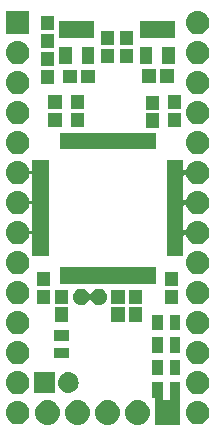
<source format=gts>
G04 #@! TF.GenerationSoftware,KiCad,Pcbnew,(5.1.2-1)-1*
G04 #@! TF.CreationDate,2019-06-12T16:50:37+03:00*
G04 #@! TF.ProjectId,ayx,6179782e-6b69-4636-9164-5f7063625858,rev?*
G04 #@! TF.SameCoordinates,Original*
G04 #@! TF.FileFunction,Soldermask,Top*
G04 #@! TF.FilePolarity,Negative*
%FSLAX46Y46*%
G04 Gerber Fmt 4.6, Leading zero omitted, Abs format (unit mm)*
G04 Created by KiCad (PCBNEW (5.1.2-1)-1) date 2019-06-12 16:50:37*
%MOMM*%
%LPD*%
G04 APERTURE LIST*
%ADD10C,0.100000*%
G04 APERTURE END LIST*
D10*
G36*
X152620000Y-118205001D02*
G01*
X152622402Y-118229387D01*
X152629515Y-118252836D01*
X152641066Y-118274447D01*
X152656611Y-118293389D01*
X152675553Y-118308934D01*
X152697164Y-118320485D01*
X152720613Y-118327598D01*
X152744999Y-118330000D01*
X153095001Y-118330000D01*
X153119387Y-118327598D01*
X153142836Y-118320485D01*
X153164447Y-118308934D01*
X153183389Y-118293389D01*
X153198934Y-118274447D01*
X153210485Y-118252836D01*
X153217598Y-118229387D01*
X153220000Y-118205001D01*
X153220000Y-116825000D01*
X154120000Y-116825000D01*
X154120000Y-118163574D01*
X154106066Y-118180553D01*
X154094515Y-118202164D01*
X154087402Y-118225613D01*
X154085000Y-118249999D01*
X154085000Y-120430000D01*
X151985000Y-120430000D01*
X151985000Y-118249999D01*
X151982598Y-118225613D01*
X151975485Y-118202164D01*
X151963934Y-118180553D01*
X151948389Y-118161611D01*
X151929447Y-118146066D01*
X151907836Y-118134515D01*
X151884387Y-118127402D01*
X151860001Y-118125000D01*
X151720000Y-118125000D01*
X151720000Y-116825000D01*
X152620000Y-116825000D01*
X152620000Y-118205001D01*
X152620000Y-118205001D01*
G37*
G36*
X150623707Y-118337596D02*
G01*
X150700836Y-118345193D01*
X150898762Y-118405233D01*
X150898765Y-118405234D01*
X151081170Y-118502732D01*
X151241055Y-118633945D01*
X151372268Y-118793830D01*
X151469766Y-118976235D01*
X151469767Y-118976238D01*
X151529807Y-119174164D01*
X151550080Y-119380000D01*
X151529807Y-119585836D01*
X151475599Y-119764535D01*
X151469766Y-119783765D01*
X151372268Y-119966170D01*
X151241055Y-120126055D01*
X151081170Y-120257268D01*
X150898765Y-120354766D01*
X150898762Y-120354767D01*
X150700836Y-120414807D01*
X150623707Y-120422404D01*
X150546580Y-120430000D01*
X150443420Y-120430000D01*
X150366293Y-120422404D01*
X150289164Y-120414807D01*
X150091238Y-120354767D01*
X150091235Y-120354766D01*
X149908830Y-120257268D01*
X149748945Y-120126055D01*
X149617732Y-119966170D01*
X149520234Y-119783765D01*
X149514401Y-119764535D01*
X149460193Y-119585836D01*
X149439920Y-119380000D01*
X149460193Y-119174164D01*
X149520233Y-118976238D01*
X149520234Y-118976235D01*
X149617732Y-118793830D01*
X149748945Y-118633945D01*
X149908830Y-118502732D01*
X150091235Y-118405234D01*
X150091238Y-118405233D01*
X150289164Y-118345193D01*
X150366293Y-118337596D01*
X150443420Y-118330000D01*
X150546580Y-118330000D01*
X150623707Y-118337596D01*
X150623707Y-118337596D01*
G37*
G36*
X148083707Y-118337596D02*
G01*
X148160836Y-118345193D01*
X148358762Y-118405233D01*
X148358765Y-118405234D01*
X148541170Y-118502732D01*
X148701055Y-118633945D01*
X148832268Y-118793830D01*
X148929766Y-118976235D01*
X148929767Y-118976238D01*
X148989807Y-119174164D01*
X149010080Y-119380000D01*
X148989807Y-119585836D01*
X148935599Y-119764535D01*
X148929766Y-119783765D01*
X148832268Y-119966170D01*
X148701055Y-120126055D01*
X148541170Y-120257268D01*
X148358765Y-120354766D01*
X148358762Y-120354767D01*
X148160836Y-120414807D01*
X148083707Y-120422404D01*
X148006580Y-120430000D01*
X147903420Y-120430000D01*
X147826293Y-120422404D01*
X147749164Y-120414807D01*
X147551238Y-120354767D01*
X147551235Y-120354766D01*
X147368830Y-120257268D01*
X147208945Y-120126055D01*
X147077732Y-119966170D01*
X146980234Y-119783765D01*
X146974401Y-119764535D01*
X146920193Y-119585836D01*
X146899920Y-119380000D01*
X146920193Y-119174164D01*
X146980233Y-118976238D01*
X146980234Y-118976235D01*
X147077732Y-118793830D01*
X147208945Y-118633945D01*
X147368830Y-118502732D01*
X147551235Y-118405234D01*
X147551238Y-118405233D01*
X147749164Y-118345193D01*
X147826293Y-118337596D01*
X147903420Y-118330000D01*
X148006580Y-118330000D01*
X148083707Y-118337596D01*
X148083707Y-118337596D01*
G37*
G36*
X145543707Y-118337596D02*
G01*
X145620836Y-118345193D01*
X145818762Y-118405233D01*
X145818765Y-118405234D01*
X146001170Y-118502732D01*
X146161055Y-118633945D01*
X146292268Y-118793830D01*
X146389766Y-118976235D01*
X146389767Y-118976238D01*
X146449807Y-119174164D01*
X146470080Y-119380000D01*
X146449807Y-119585836D01*
X146395599Y-119764535D01*
X146389766Y-119783765D01*
X146292268Y-119966170D01*
X146161055Y-120126055D01*
X146001170Y-120257268D01*
X145818765Y-120354766D01*
X145818762Y-120354767D01*
X145620836Y-120414807D01*
X145543707Y-120422404D01*
X145466580Y-120430000D01*
X145363420Y-120430000D01*
X145286293Y-120422404D01*
X145209164Y-120414807D01*
X145011238Y-120354767D01*
X145011235Y-120354766D01*
X144828830Y-120257268D01*
X144668945Y-120126055D01*
X144537732Y-119966170D01*
X144440234Y-119783765D01*
X144434401Y-119764535D01*
X144380193Y-119585836D01*
X144359920Y-119380000D01*
X144380193Y-119174164D01*
X144440233Y-118976238D01*
X144440234Y-118976235D01*
X144537732Y-118793830D01*
X144668945Y-118633945D01*
X144828830Y-118502732D01*
X145011235Y-118405234D01*
X145011238Y-118405233D01*
X145209164Y-118345193D01*
X145286293Y-118337596D01*
X145363420Y-118330000D01*
X145466580Y-118330000D01*
X145543707Y-118337596D01*
X145543707Y-118337596D01*
G37*
G36*
X143003707Y-118337596D02*
G01*
X143080836Y-118345193D01*
X143278762Y-118405233D01*
X143278765Y-118405234D01*
X143461170Y-118502732D01*
X143621055Y-118633945D01*
X143752268Y-118793830D01*
X143849766Y-118976235D01*
X143849767Y-118976238D01*
X143909807Y-119174164D01*
X143930080Y-119380000D01*
X143909807Y-119585836D01*
X143855599Y-119764535D01*
X143849766Y-119783765D01*
X143752268Y-119966170D01*
X143621055Y-120126055D01*
X143461170Y-120257268D01*
X143278765Y-120354766D01*
X143278762Y-120354767D01*
X143080836Y-120414807D01*
X143003707Y-120422404D01*
X142926580Y-120430000D01*
X142823420Y-120430000D01*
X142746293Y-120422404D01*
X142669164Y-120414807D01*
X142471238Y-120354767D01*
X142471235Y-120354766D01*
X142288830Y-120257268D01*
X142128945Y-120126055D01*
X141997732Y-119966170D01*
X141900234Y-119783765D01*
X141894401Y-119764535D01*
X141840193Y-119585836D01*
X141819920Y-119380000D01*
X141840193Y-119174164D01*
X141900233Y-118976238D01*
X141900234Y-118976235D01*
X141997732Y-118793830D01*
X142128945Y-118633945D01*
X142288830Y-118502732D01*
X142471235Y-118405234D01*
X142471238Y-118405233D01*
X142669164Y-118345193D01*
X142746293Y-118337596D01*
X142823420Y-118330000D01*
X142926580Y-118330000D01*
X143003707Y-118337596D01*
X143003707Y-118337596D01*
G37*
G36*
X155771032Y-118394469D02*
G01*
X155865284Y-118423060D01*
X155959535Y-118451651D01*
X155959537Y-118451652D01*
X156133258Y-118544507D01*
X156285528Y-118669472D01*
X156410493Y-118821742D01*
X156503348Y-118995463D01*
X156560531Y-119183968D01*
X156579838Y-119380000D01*
X156560531Y-119576032D01*
X156503348Y-119764537D01*
X156410493Y-119938258D01*
X156285528Y-120090528D01*
X156133258Y-120215493D01*
X155959537Y-120308348D01*
X155959535Y-120308349D01*
X155865285Y-120336939D01*
X155771032Y-120365531D01*
X155624124Y-120380000D01*
X155525876Y-120380000D01*
X155378968Y-120365531D01*
X155284715Y-120336939D01*
X155190465Y-120308349D01*
X155190463Y-120308348D01*
X155016742Y-120215493D01*
X154864472Y-120090528D01*
X154739507Y-119938258D01*
X154646652Y-119764537D01*
X154589469Y-119576032D01*
X154570162Y-119380000D01*
X154589469Y-119183968D01*
X154646652Y-118995463D01*
X154739507Y-118821742D01*
X154864472Y-118669472D01*
X155016742Y-118544507D01*
X155190463Y-118451652D01*
X155190465Y-118451651D01*
X155284716Y-118423060D01*
X155378968Y-118394469D01*
X155525876Y-118380000D01*
X155624124Y-118380000D01*
X155771032Y-118394469D01*
X155771032Y-118394469D01*
G37*
G36*
X140531032Y-118394469D02*
G01*
X140625284Y-118423060D01*
X140719535Y-118451651D01*
X140719537Y-118451652D01*
X140893258Y-118544507D01*
X141045528Y-118669472D01*
X141170493Y-118821742D01*
X141263348Y-118995463D01*
X141320531Y-119183968D01*
X141339838Y-119380000D01*
X141320531Y-119576032D01*
X141263348Y-119764537D01*
X141170493Y-119938258D01*
X141045528Y-120090528D01*
X140893258Y-120215493D01*
X140719537Y-120308348D01*
X140719535Y-120308349D01*
X140625285Y-120336939D01*
X140531032Y-120365531D01*
X140384124Y-120380000D01*
X140285876Y-120380000D01*
X140138968Y-120365531D01*
X140044715Y-120336939D01*
X139950465Y-120308349D01*
X139950463Y-120308348D01*
X139776742Y-120215493D01*
X139624472Y-120090528D01*
X139499507Y-119938258D01*
X139406652Y-119764537D01*
X139349469Y-119576032D01*
X139330162Y-119380000D01*
X139349469Y-119183968D01*
X139406652Y-118995463D01*
X139499507Y-118821742D01*
X139624472Y-118669472D01*
X139776742Y-118544507D01*
X139950463Y-118451652D01*
X139950465Y-118451651D01*
X140044716Y-118423060D01*
X140138968Y-118394469D01*
X140285876Y-118380000D01*
X140384124Y-118380000D01*
X140531032Y-118394469D01*
X140531032Y-118394469D01*
G37*
G36*
X155771032Y-115854469D02*
G01*
X155865284Y-115883060D01*
X155959535Y-115911651D01*
X155959537Y-115911652D01*
X156133258Y-116004507D01*
X156285528Y-116129472D01*
X156410493Y-116281742D01*
X156503348Y-116455463D01*
X156560531Y-116643968D01*
X156579838Y-116840000D01*
X156560531Y-117036032D01*
X156503348Y-117224537D01*
X156410493Y-117398258D01*
X156285528Y-117550528D01*
X156133258Y-117675493D01*
X155959537Y-117768348D01*
X155959535Y-117768349D01*
X155865284Y-117796940D01*
X155771032Y-117825531D01*
X155624124Y-117840000D01*
X155525876Y-117840000D01*
X155378968Y-117825531D01*
X155284715Y-117796939D01*
X155190465Y-117768349D01*
X155190463Y-117768348D01*
X155016742Y-117675493D01*
X154864472Y-117550528D01*
X154739507Y-117398258D01*
X154646652Y-117224537D01*
X154589469Y-117036032D01*
X154570162Y-116840000D01*
X154589469Y-116643968D01*
X154646652Y-116455463D01*
X154739507Y-116281742D01*
X154864472Y-116129472D01*
X155016742Y-116004507D01*
X155190463Y-115911652D01*
X155190465Y-115911651D01*
X155284715Y-115883061D01*
X155378968Y-115854469D01*
X155525876Y-115840000D01*
X155624124Y-115840000D01*
X155771032Y-115854469D01*
X155771032Y-115854469D01*
G37*
G36*
X140531032Y-115854469D02*
G01*
X140625284Y-115883060D01*
X140719535Y-115911651D01*
X140719537Y-115911652D01*
X140893258Y-116004507D01*
X141045528Y-116129472D01*
X141170493Y-116281742D01*
X141263348Y-116455463D01*
X141320531Y-116643968D01*
X141339838Y-116840000D01*
X141320531Y-117036032D01*
X141263348Y-117224537D01*
X141170493Y-117398258D01*
X141045528Y-117550528D01*
X140893258Y-117675493D01*
X140719537Y-117768348D01*
X140719535Y-117768349D01*
X140625285Y-117796939D01*
X140531032Y-117825531D01*
X140384124Y-117840000D01*
X140285876Y-117840000D01*
X140138968Y-117825531D01*
X140044715Y-117796939D01*
X139950465Y-117768349D01*
X139950463Y-117768348D01*
X139776742Y-117675493D01*
X139624472Y-117550528D01*
X139499507Y-117398258D01*
X139406652Y-117224537D01*
X139349469Y-117036032D01*
X139330162Y-116840000D01*
X139349469Y-116643968D01*
X139406652Y-116455463D01*
X139499507Y-116281742D01*
X139624472Y-116129472D01*
X139776742Y-116004507D01*
X139950463Y-115911652D01*
X139950465Y-115911651D01*
X140044716Y-115883060D01*
X140138968Y-115854469D01*
X140285876Y-115840000D01*
X140384124Y-115840000D01*
X140531032Y-115854469D01*
X140531032Y-115854469D01*
G37*
G36*
X143502600Y-116790900D02*
G01*
X143505002Y-116815286D01*
X143512115Y-116838735D01*
X143513072Y-116840526D01*
X143507982Y-116852815D01*
X143502600Y-116889100D01*
X143502600Y-117715000D01*
X141752600Y-117715000D01*
X141752600Y-115965000D01*
X143502600Y-115965000D01*
X143502600Y-116790900D01*
X143502600Y-116790900D01*
G37*
G36*
X144713429Y-115969220D02*
G01*
X144799130Y-115977661D01*
X144964068Y-116027695D01*
X145116076Y-116108944D01*
X145249312Y-116218288D01*
X145358656Y-116351524D01*
X145439905Y-116503532D01*
X145489939Y-116668470D01*
X145506833Y-116840000D01*
X145489939Y-117011530D01*
X145439905Y-117176468D01*
X145358656Y-117328476D01*
X145249312Y-117461712D01*
X145116076Y-117571056D01*
X144964068Y-117652305D01*
X144799130Y-117702339D01*
X144713429Y-117710780D01*
X144670580Y-117715000D01*
X144584620Y-117715000D01*
X144541771Y-117710780D01*
X144456070Y-117702339D01*
X144291132Y-117652305D01*
X144139124Y-117571056D01*
X144005888Y-117461712D01*
X143896544Y-117328476D01*
X143815295Y-117176468D01*
X143765261Y-117011530D01*
X143751996Y-116876848D01*
X143747216Y-116852814D01*
X143742126Y-116840526D01*
X143743083Y-116838735D01*
X143751996Y-116803152D01*
X143765261Y-116668472D01*
X143765261Y-116668470D01*
X143815295Y-116503532D01*
X143896544Y-116351524D01*
X144005888Y-116218288D01*
X144139124Y-116108944D01*
X144291132Y-116027695D01*
X144456070Y-115977661D01*
X144541771Y-115969220D01*
X144584620Y-115965000D01*
X144670580Y-115965000D01*
X144713429Y-115969220D01*
X144713429Y-115969220D01*
G37*
G36*
X154120000Y-116220000D02*
G01*
X153220000Y-116220000D01*
X153220000Y-114920000D01*
X154120000Y-114920000D01*
X154120000Y-116220000D01*
X154120000Y-116220000D01*
G37*
G36*
X152620000Y-116220000D02*
G01*
X151720000Y-116220000D01*
X151720000Y-114920000D01*
X152620000Y-114920000D01*
X152620000Y-116220000D01*
X152620000Y-116220000D01*
G37*
G36*
X140531032Y-113314469D02*
G01*
X140625284Y-113343060D01*
X140719535Y-113371651D01*
X140719537Y-113371652D01*
X140893258Y-113464507D01*
X141045528Y-113589472D01*
X141170493Y-113741742D01*
X141263348Y-113915463D01*
X141320531Y-114103968D01*
X141339838Y-114300000D01*
X141320531Y-114496032D01*
X141263348Y-114684537D01*
X141170493Y-114858258D01*
X141045528Y-115010528D01*
X140893258Y-115135493D01*
X140719537Y-115228348D01*
X140719535Y-115228349D01*
X140625285Y-115256939D01*
X140531032Y-115285531D01*
X140384124Y-115300000D01*
X140285876Y-115300000D01*
X140138968Y-115285531D01*
X140044715Y-115256939D01*
X139950465Y-115228349D01*
X139950463Y-115228348D01*
X139776742Y-115135493D01*
X139624472Y-115010528D01*
X139499507Y-114858258D01*
X139406652Y-114684537D01*
X139349469Y-114496032D01*
X139330162Y-114300000D01*
X139349469Y-114103968D01*
X139406652Y-113915463D01*
X139499507Y-113741742D01*
X139624472Y-113589472D01*
X139776742Y-113464507D01*
X139950463Y-113371652D01*
X139950465Y-113371651D01*
X140044716Y-113343060D01*
X140138968Y-113314469D01*
X140285876Y-113300000D01*
X140384124Y-113300000D01*
X140531032Y-113314469D01*
X140531032Y-113314469D01*
G37*
G36*
X155771032Y-113314469D02*
G01*
X155865284Y-113343060D01*
X155959535Y-113371651D01*
X155959537Y-113371652D01*
X156133258Y-113464507D01*
X156285528Y-113589472D01*
X156410493Y-113741742D01*
X156503348Y-113915463D01*
X156560531Y-114103968D01*
X156579838Y-114300000D01*
X156560531Y-114496032D01*
X156503348Y-114684537D01*
X156410493Y-114858258D01*
X156285528Y-115010528D01*
X156133258Y-115135493D01*
X155959537Y-115228348D01*
X155959535Y-115228349D01*
X155865285Y-115256939D01*
X155771032Y-115285531D01*
X155624124Y-115300000D01*
X155525876Y-115300000D01*
X155378968Y-115285531D01*
X155284715Y-115256939D01*
X155190465Y-115228349D01*
X155190463Y-115228348D01*
X155016742Y-115135493D01*
X154864472Y-115010528D01*
X154739507Y-114858258D01*
X154646652Y-114684537D01*
X154589469Y-114496032D01*
X154570162Y-114300000D01*
X154589469Y-114103968D01*
X154646652Y-113915463D01*
X154739507Y-113741742D01*
X154864472Y-113589472D01*
X155016742Y-113464507D01*
X155190463Y-113371652D01*
X155190465Y-113371651D01*
X155284716Y-113343060D01*
X155378968Y-113314469D01*
X155525876Y-113300000D01*
X155624124Y-113300000D01*
X155771032Y-113314469D01*
X155771032Y-113314469D01*
G37*
G36*
X144718800Y-114788800D02*
G01*
X143418800Y-114788800D01*
X143418800Y-113888800D01*
X144718800Y-113888800D01*
X144718800Y-114788800D01*
X144718800Y-114788800D01*
G37*
G36*
X154120000Y-114315000D02*
G01*
X153220000Y-114315000D01*
X153220000Y-113015000D01*
X154120000Y-113015000D01*
X154120000Y-114315000D01*
X154120000Y-114315000D01*
G37*
G36*
X152620000Y-114315000D02*
G01*
X151720000Y-114315000D01*
X151720000Y-113015000D01*
X152620000Y-113015000D01*
X152620000Y-114315000D01*
X152620000Y-114315000D01*
G37*
G36*
X144718800Y-113288800D02*
G01*
X143418800Y-113288800D01*
X143418800Y-112388800D01*
X144718800Y-112388800D01*
X144718800Y-113288800D01*
X144718800Y-113288800D01*
G37*
G36*
X155771032Y-110774469D02*
G01*
X155865285Y-110803061D01*
X155959535Y-110831651D01*
X155959537Y-110831652D01*
X156133258Y-110924507D01*
X156285528Y-111049472D01*
X156410493Y-111201742D01*
X156503348Y-111375463D01*
X156560531Y-111563968D01*
X156579838Y-111760000D01*
X156560531Y-111956032D01*
X156503348Y-112144537D01*
X156410493Y-112318258D01*
X156285528Y-112470528D01*
X156133258Y-112595493D01*
X155959537Y-112688348D01*
X155959535Y-112688349D01*
X155865284Y-112716940D01*
X155771032Y-112745531D01*
X155624124Y-112760000D01*
X155525876Y-112760000D01*
X155378968Y-112745531D01*
X155284716Y-112716940D01*
X155190465Y-112688349D01*
X155190463Y-112688348D01*
X155016742Y-112595493D01*
X154864472Y-112470528D01*
X154739507Y-112318258D01*
X154646652Y-112144537D01*
X154589469Y-111956032D01*
X154570162Y-111760000D01*
X154589469Y-111563968D01*
X154646652Y-111375463D01*
X154739507Y-111201742D01*
X154864472Y-111049472D01*
X155016742Y-110924507D01*
X155190463Y-110831652D01*
X155190465Y-110831651D01*
X155284715Y-110803061D01*
X155378968Y-110774469D01*
X155525876Y-110760000D01*
X155624124Y-110760000D01*
X155771032Y-110774469D01*
X155771032Y-110774469D01*
G37*
G36*
X140531032Y-110774469D02*
G01*
X140625285Y-110803061D01*
X140719535Y-110831651D01*
X140719537Y-110831652D01*
X140893258Y-110924507D01*
X141045528Y-111049472D01*
X141170493Y-111201742D01*
X141263348Y-111375463D01*
X141320531Y-111563968D01*
X141339838Y-111760000D01*
X141320531Y-111956032D01*
X141263348Y-112144537D01*
X141170493Y-112318258D01*
X141045528Y-112470528D01*
X140893258Y-112595493D01*
X140719537Y-112688348D01*
X140719535Y-112688349D01*
X140625284Y-112716940D01*
X140531032Y-112745531D01*
X140384124Y-112760000D01*
X140285876Y-112760000D01*
X140138968Y-112745531D01*
X140044716Y-112716940D01*
X139950465Y-112688349D01*
X139950463Y-112688348D01*
X139776742Y-112595493D01*
X139624472Y-112470528D01*
X139499507Y-112318258D01*
X139406652Y-112144537D01*
X139349469Y-111956032D01*
X139330162Y-111760000D01*
X139349469Y-111563968D01*
X139406652Y-111375463D01*
X139499507Y-111201742D01*
X139624472Y-111049472D01*
X139776742Y-110924507D01*
X139950463Y-110831652D01*
X139950465Y-110831651D01*
X140044715Y-110803061D01*
X140138968Y-110774469D01*
X140285876Y-110760000D01*
X140384124Y-110760000D01*
X140531032Y-110774469D01*
X140531032Y-110774469D01*
G37*
G36*
X152620000Y-112410000D02*
G01*
X151720000Y-112410000D01*
X151720000Y-111110000D01*
X152620000Y-111110000D01*
X152620000Y-112410000D01*
X152620000Y-112410000D01*
G37*
G36*
X154120000Y-112410000D02*
G01*
X153220000Y-112410000D01*
X153220000Y-111110000D01*
X154120000Y-111110000D01*
X154120000Y-112410000D01*
X154120000Y-112410000D01*
G37*
G36*
X149419000Y-111675600D02*
G01*
X148269000Y-111675600D01*
X148269000Y-110475600D01*
X149419000Y-110475600D01*
X149419000Y-111675600D01*
X149419000Y-111675600D01*
G37*
G36*
X144643800Y-111675600D02*
G01*
X143493800Y-111675600D01*
X143493800Y-110475600D01*
X144643800Y-110475600D01*
X144643800Y-111675600D01*
X144643800Y-111675600D01*
G37*
G36*
X150892200Y-111675600D02*
G01*
X149742200Y-111675600D01*
X149742200Y-110475600D01*
X150892200Y-110475600D01*
X150892200Y-111675600D01*
X150892200Y-111675600D01*
G37*
G36*
X145922582Y-108902500D02*
G01*
X146049973Y-108955267D01*
X146049974Y-108955268D01*
X146164624Y-109031874D01*
X146262126Y-109129376D01*
X146262127Y-109129378D01*
X146338733Y-109244027D01*
X146352916Y-109278268D01*
X146364467Y-109299878D01*
X146380012Y-109318820D01*
X146398954Y-109334366D01*
X146420565Y-109345917D01*
X146444013Y-109353030D01*
X146468400Y-109355432D01*
X146492786Y-109353030D01*
X146516235Y-109345917D01*
X146537845Y-109334366D01*
X146556787Y-109318821D01*
X146572333Y-109299879D01*
X146583884Y-109278268D01*
X146598067Y-109244027D01*
X146674673Y-109129378D01*
X146674674Y-109129376D01*
X146772176Y-109031874D01*
X146886826Y-108955268D01*
X146886827Y-108955267D01*
X147014218Y-108902500D01*
X147149455Y-108875600D01*
X147287345Y-108875600D01*
X147422582Y-108902500D01*
X147549973Y-108955267D01*
X147549974Y-108955268D01*
X147664624Y-109031874D01*
X147762126Y-109129376D01*
X147762127Y-109129378D01*
X147838733Y-109244027D01*
X147891500Y-109371418D01*
X147918400Y-109506655D01*
X147918400Y-109644545D01*
X147891500Y-109779782D01*
X147838733Y-109907173D01*
X147800689Y-109964110D01*
X147762126Y-110021824D01*
X147664624Y-110119326D01*
X147621189Y-110148348D01*
X147549973Y-110195933D01*
X147422582Y-110248700D01*
X147287345Y-110275600D01*
X147149455Y-110275600D01*
X147014218Y-110248700D01*
X146886827Y-110195933D01*
X146815611Y-110148348D01*
X146772176Y-110119326D01*
X146674674Y-110021824D01*
X146636111Y-109964110D01*
X146598067Y-109907173D01*
X146583884Y-109872932D01*
X146572333Y-109851322D01*
X146556788Y-109832380D01*
X146537846Y-109816834D01*
X146516235Y-109805283D01*
X146492787Y-109798170D01*
X146468400Y-109795768D01*
X146444014Y-109798170D01*
X146420565Y-109805283D01*
X146398955Y-109816834D01*
X146380013Y-109832379D01*
X146364467Y-109851321D01*
X146352916Y-109872932D01*
X146338733Y-109907173D01*
X146300689Y-109964110D01*
X146262126Y-110021824D01*
X146164624Y-110119326D01*
X146121189Y-110148348D01*
X146049973Y-110195933D01*
X145922582Y-110248700D01*
X145787345Y-110275600D01*
X145649455Y-110275600D01*
X145514218Y-110248700D01*
X145386827Y-110195933D01*
X145315611Y-110148348D01*
X145272176Y-110119326D01*
X145174674Y-110021824D01*
X145136111Y-109964110D01*
X145098067Y-109907173D01*
X145045300Y-109779782D01*
X145018400Y-109644545D01*
X145018400Y-109506655D01*
X145045300Y-109371418D01*
X145098067Y-109244027D01*
X145174673Y-109129378D01*
X145174674Y-109129376D01*
X145272176Y-109031874D01*
X145386826Y-108955268D01*
X145386827Y-108955267D01*
X145514218Y-108902500D01*
X145649455Y-108875600D01*
X145787345Y-108875600D01*
X145922582Y-108902500D01*
X145922582Y-108902500D01*
G37*
G36*
X155771032Y-108234469D02*
G01*
X155865284Y-108263060D01*
X155959535Y-108291651D01*
X155959537Y-108291652D01*
X156133258Y-108384507D01*
X156285528Y-108509472D01*
X156410493Y-108661742D01*
X156503348Y-108835463D01*
X156560531Y-109023968D01*
X156579838Y-109220000D01*
X156560531Y-109416032D01*
X156503348Y-109604537D01*
X156410493Y-109778258D01*
X156285528Y-109930528D01*
X156133258Y-110055493D01*
X155959537Y-110148348D01*
X155959535Y-110148349D01*
X155869700Y-110175600D01*
X155771032Y-110205531D01*
X155624124Y-110220000D01*
X155525876Y-110220000D01*
X155378968Y-110205531D01*
X155280300Y-110175600D01*
X155190465Y-110148349D01*
X155190463Y-110148348D01*
X155016742Y-110055493D01*
X154864472Y-109930528D01*
X154739507Y-109778258D01*
X154646652Y-109604537D01*
X154589469Y-109416032D01*
X154570162Y-109220000D01*
X154589469Y-109023968D01*
X154646652Y-108835463D01*
X154739507Y-108661742D01*
X154864472Y-108509472D01*
X155016742Y-108384507D01*
X155190463Y-108291652D01*
X155190465Y-108291651D01*
X155284716Y-108263060D01*
X155378968Y-108234469D01*
X155525876Y-108220000D01*
X155624124Y-108220000D01*
X155771032Y-108234469D01*
X155771032Y-108234469D01*
G37*
G36*
X140531032Y-108234469D02*
G01*
X140625284Y-108263060D01*
X140719535Y-108291651D01*
X140719537Y-108291652D01*
X140893258Y-108384507D01*
X141045528Y-108509472D01*
X141170493Y-108661742D01*
X141263348Y-108835463D01*
X141320531Y-109023968D01*
X141339838Y-109220000D01*
X141320531Y-109416032D01*
X141263348Y-109604537D01*
X141170493Y-109778258D01*
X141045528Y-109930528D01*
X140893258Y-110055493D01*
X140719537Y-110148348D01*
X140719535Y-110148349D01*
X140629700Y-110175600D01*
X140531032Y-110205531D01*
X140384124Y-110220000D01*
X140285876Y-110220000D01*
X140138968Y-110205531D01*
X140040300Y-110175600D01*
X139950465Y-110148349D01*
X139950463Y-110148348D01*
X139776742Y-110055493D01*
X139624472Y-109930528D01*
X139499507Y-109778258D01*
X139406652Y-109604537D01*
X139349469Y-109416032D01*
X139330162Y-109220000D01*
X139349469Y-109023968D01*
X139406652Y-108835463D01*
X139499507Y-108661742D01*
X139624472Y-108509472D01*
X139776742Y-108384507D01*
X139950463Y-108291652D01*
X139950465Y-108291651D01*
X140044716Y-108263060D01*
X140138968Y-108234469D01*
X140285876Y-108220000D01*
X140384124Y-108220000D01*
X140531032Y-108234469D01*
X140531032Y-108234469D01*
G37*
G36*
X153927500Y-110177000D02*
G01*
X152777500Y-110177000D01*
X152777500Y-108977000D01*
X153927500Y-108977000D01*
X153927500Y-110177000D01*
X153927500Y-110177000D01*
G37*
G36*
X143094400Y-110175600D02*
G01*
X141944400Y-110175600D01*
X141944400Y-108975600D01*
X143094400Y-108975600D01*
X143094400Y-110175600D01*
X143094400Y-110175600D01*
G37*
G36*
X150892200Y-110175600D02*
G01*
X149742200Y-110175600D01*
X149742200Y-108975600D01*
X150892200Y-108975600D01*
X150892200Y-110175600D01*
X150892200Y-110175600D01*
G37*
G36*
X149419000Y-110175600D02*
G01*
X148269000Y-110175600D01*
X148269000Y-108975600D01*
X149419000Y-108975600D01*
X149419000Y-110175600D01*
X149419000Y-110175600D01*
G37*
G36*
X144643800Y-110175600D02*
G01*
X143493800Y-110175600D01*
X143493800Y-108975600D01*
X144643800Y-108975600D01*
X144643800Y-110175600D01*
X144643800Y-110175600D01*
G37*
G36*
X153927500Y-108677000D02*
G01*
X152777500Y-108677000D01*
X152777500Y-107477000D01*
X153927500Y-107477000D01*
X153927500Y-108677000D01*
X153927500Y-108677000D01*
G37*
G36*
X143094400Y-108675600D02*
G01*
X141944400Y-108675600D01*
X141944400Y-107475600D01*
X143094400Y-107475600D01*
X143094400Y-108675600D01*
X143094400Y-108675600D01*
G37*
G36*
X152045000Y-108473400D02*
G01*
X143895000Y-108473400D01*
X143895000Y-107073400D01*
X152045000Y-107073400D01*
X152045000Y-108473400D01*
X152045000Y-108473400D01*
G37*
G36*
X140531032Y-105694469D02*
G01*
X140625284Y-105723060D01*
X140719535Y-105751651D01*
X140719537Y-105751652D01*
X140893258Y-105844507D01*
X141045528Y-105969472D01*
X141170493Y-106121742D01*
X141263348Y-106295463D01*
X141320531Y-106483968D01*
X141339838Y-106680000D01*
X141320531Y-106876032D01*
X141263348Y-107064537D01*
X141170493Y-107238258D01*
X141045528Y-107390528D01*
X140893258Y-107515493D01*
X140719537Y-107608348D01*
X140719535Y-107608349D01*
X140625285Y-107636939D01*
X140531032Y-107665531D01*
X140384124Y-107680000D01*
X140285876Y-107680000D01*
X140138968Y-107665531D01*
X140044715Y-107636939D01*
X139950465Y-107608349D01*
X139950463Y-107608348D01*
X139776742Y-107515493D01*
X139624472Y-107390528D01*
X139499507Y-107238258D01*
X139406652Y-107064537D01*
X139349469Y-106876032D01*
X139330162Y-106680000D01*
X139349469Y-106483968D01*
X139406652Y-106295463D01*
X139499507Y-106121742D01*
X139624472Y-105969472D01*
X139776742Y-105844507D01*
X139950463Y-105751652D01*
X139950465Y-105751651D01*
X140044716Y-105723060D01*
X140138968Y-105694469D01*
X140285876Y-105680000D01*
X140384124Y-105680000D01*
X140531032Y-105694469D01*
X140531032Y-105694469D01*
G37*
G36*
X155771032Y-105694469D02*
G01*
X155865284Y-105723060D01*
X155959535Y-105751651D01*
X155959537Y-105751652D01*
X156133258Y-105844507D01*
X156285528Y-105969472D01*
X156410493Y-106121742D01*
X156503348Y-106295463D01*
X156560531Y-106483968D01*
X156579838Y-106680000D01*
X156560531Y-106876032D01*
X156503348Y-107064537D01*
X156410493Y-107238258D01*
X156285528Y-107390528D01*
X156133258Y-107515493D01*
X155959537Y-107608348D01*
X155959535Y-107608349D01*
X155865285Y-107636939D01*
X155771032Y-107665531D01*
X155624124Y-107680000D01*
X155525876Y-107680000D01*
X155378968Y-107665531D01*
X155284715Y-107636939D01*
X155190465Y-107608349D01*
X155190463Y-107608348D01*
X155016742Y-107515493D01*
X154864472Y-107390528D01*
X154739507Y-107238258D01*
X154646652Y-107064537D01*
X154589469Y-106876032D01*
X154570162Y-106680000D01*
X154589469Y-106483968D01*
X154646652Y-106295463D01*
X154739507Y-106121742D01*
X154864472Y-105969472D01*
X155016742Y-105844507D01*
X155190463Y-105751652D01*
X155190465Y-105751651D01*
X155284716Y-105723060D01*
X155378968Y-105694469D01*
X155525876Y-105680000D01*
X155624124Y-105680000D01*
X155771032Y-105694469D01*
X155771032Y-105694469D01*
G37*
G36*
X142970000Y-106148400D02*
G01*
X141570000Y-106148400D01*
X141570000Y-104347542D01*
X141567598Y-104323156D01*
X141560485Y-104299707D01*
X141548934Y-104278096D01*
X141533389Y-104259154D01*
X141514447Y-104243609D01*
X141492836Y-104232058D01*
X141469387Y-104224945D01*
X141445001Y-104222543D01*
X141420615Y-104224945D01*
X141397166Y-104232058D01*
X141375555Y-104243609D01*
X141356613Y-104259154D01*
X141341068Y-104278096D01*
X141329517Y-104299707D01*
X141320604Y-104335290D01*
X141320531Y-104336032D01*
X141263348Y-104524537D01*
X141170493Y-104698258D01*
X141045528Y-104850528D01*
X140893258Y-104975493D01*
X140719537Y-105068348D01*
X140719535Y-105068349D01*
X140625284Y-105096940D01*
X140531032Y-105125531D01*
X140384124Y-105140000D01*
X140285876Y-105140000D01*
X140138968Y-105125531D01*
X140044716Y-105096940D01*
X139950465Y-105068349D01*
X139950463Y-105068348D01*
X139776742Y-104975493D01*
X139624472Y-104850528D01*
X139499507Y-104698258D01*
X139406652Y-104524537D01*
X139349469Y-104336032D01*
X139330162Y-104140000D01*
X139349469Y-103943968D01*
X139406652Y-103755463D01*
X139499507Y-103581742D01*
X139624472Y-103429472D01*
X139776742Y-103304507D01*
X139950463Y-103211652D01*
X139950465Y-103211651D01*
X140044715Y-103183061D01*
X140138968Y-103154469D01*
X140285876Y-103140000D01*
X140384124Y-103140000D01*
X140531032Y-103154469D01*
X140625285Y-103183061D01*
X140719535Y-103211651D01*
X140719537Y-103211652D01*
X140893258Y-103304507D01*
X141045528Y-103429472D01*
X141170493Y-103581742D01*
X141263348Y-103755463D01*
X141320531Y-103943968D01*
X141320604Y-103944710D01*
X141325384Y-103968743D01*
X141334762Y-103991382D01*
X141348376Y-104011757D01*
X141365703Y-104029084D01*
X141386077Y-104042697D01*
X141408716Y-104052075D01*
X141432749Y-104056855D01*
X141457253Y-104056855D01*
X141481286Y-104052075D01*
X141503925Y-104042697D01*
X141524300Y-104029083D01*
X141541627Y-104011756D01*
X141555240Y-103991382D01*
X141564618Y-103968743D01*
X141570000Y-103932458D01*
X141570000Y-101807542D01*
X141567598Y-101783156D01*
X141560485Y-101759707D01*
X141548934Y-101738096D01*
X141533389Y-101719154D01*
X141514447Y-101703609D01*
X141492836Y-101692058D01*
X141469387Y-101684945D01*
X141445001Y-101682543D01*
X141420615Y-101684945D01*
X141397166Y-101692058D01*
X141375555Y-101703609D01*
X141356613Y-101719154D01*
X141341068Y-101738096D01*
X141329517Y-101759707D01*
X141320604Y-101795290D01*
X141320531Y-101796032D01*
X141263348Y-101984537D01*
X141170493Y-102158258D01*
X141045528Y-102310528D01*
X140893258Y-102435493D01*
X140775566Y-102498400D01*
X140719535Y-102528349D01*
X140625285Y-102556939D01*
X140531032Y-102585531D01*
X140384124Y-102600000D01*
X140285876Y-102600000D01*
X140138968Y-102585531D01*
X140044715Y-102556939D01*
X139950465Y-102528349D01*
X139894434Y-102498400D01*
X139776742Y-102435493D01*
X139624472Y-102310528D01*
X139499507Y-102158258D01*
X139406652Y-101984537D01*
X139349469Y-101796032D01*
X139330162Y-101600000D01*
X139349469Y-101403968D01*
X139406652Y-101215463D01*
X139499507Y-101041742D01*
X139624472Y-100889472D01*
X139776742Y-100764507D01*
X139950463Y-100671652D01*
X139950465Y-100671651D01*
X140044716Y-100643060D01*
X140138968Y-100614469D01*
X140285876Y-100600000D01*
X140384124Y-100600000D01*
X140531032Y-100614469D01*
X140625284Y-100643060D01*
X140719535Y-100671651D01*
X140719537Y-100671652D01*
X140893258Y-100764507D01*
X141045528Y-100889472D01*
X141170493Y-101041742D01*
X141263348Y-101215463D01*
X141320531Y-101403968D01*
X141320604Y-101404710D01*
X141325384Y-101428743D01*
X141334762Y-101451382D01*
X141348376Y-101471757D01*
X141365703Y-101489084D01*
X141386077Y-101502697D01*
X141408716Y-101512075D01*
X141432749Y-101516855D01*
X141457253Y-101516855D01*
X141481286Y-101512075D01*
X141503925Y-101502697D01*
X141524300Y-101489083D01*
X141541627Y-101471756D01*
X141555240Y-101451382D01*
X141564618Y-101428743D01*
X141570000Y-101392458D01*
X141570000Y-99267542D01*
X141567598Y-99243156D01*
X141560485Y-99219707D01*
X141548934Y-99198096D01*
X141533389Y-99179154D01*
X141514447Y-99163609D01*
X141492836Y-99152058D01*
X141469387Y-99144945D01*
X141445001Y-99142543D01*
X141420615Y-99144945D01*
X141397166Y-99152058D01*
X141375555Y-99163609D01*
X141356613Y-99179154D01*
X141341068Y-99198096D01*
X141329517Y-99219707D01*
X141320604Y-99255290D01*
X141320531Y-99256032D01*
X141263348Y-99444537D01*
X141170493Y-99618258D01*
X141045528Y-99770528D01*
X140893258Y-99895493D01*
X140719537Y-99988348D01*
X140719535Y-99988349D01*
X140625284Y-100016940D01*
X140531032Y-100045531D01*
X140384124Y-100060000D01*
X140285876Y-100060000D01*
X140138968Y-100045531D01*
X140044716Y-100016940D01*
X139950465Y-99988349D01*
X139950463Y-99988348D01*
X139776742Y-99895493D01*
X139624472Y-99770528D01*
X139499507Y-99618258D01*
X139406652Y-99444537D01*
X139349469Y-99256032D01*
X139330162Y-99060000D01*
X139349469Y-98863968D01*
X139406652Y-98675463D01*
X139499507Y-98501742D01*
X139624472Y-98349472D01*
X139776742Y-98224507D01*
X139950463Y-98131652D01*
X139950465Y-98131651D01*
X140044715Y-98103061D01*
X140138968Y-98074469D01*
X140285876Y-98060000D01*
X140384124Y-98060000D01*
X140531032Y-98074469D01*
X140625285Y-98103061D01*
X140719535Y-98131651D01*
X140719537Y-98131652D01*
X140893258Y-98224507D01*
X141045528Y-98349472D01*
X141170493Y-98501742D01*
X141263348Y-98675463D01*
X141320531Y-98863968D01*
X141320604Y-98864710D01*
X141325384Y-98888743D01*
X141334762Y-98911382D01*
X141348376Y-98931757D01*
X141365703Y-98949084D01*
X141386077Y-98962697D01*
X141408716Y-98972075D01*
X141432749Y-98976855D01*
X141457253Y-98976855D01*
X141481286Y-98972075D01*
X141503925Y-98962697D01*
X141524300Y-98949083D01*
X141541627Y-98931756D01*
X141555240Y-98911382D01*
X141564618Y-98888743D01*
X141570000Y-98852458D01*
X141570000Y-97998400D01*
X142970000Y-97998400D01*
X142970000Y-106148400D01*
X142970000Y-106148400D01*
G37*
G36*
X154370000Y-98744785D02*
G01*
X154372402Y-98769171D01*
X154379515Y-98792620D01*
X154391066Y-98814231D01*
X154406611Y-98833173D01*
X154425553Y-98848718D01*
X154447164Y-98860269D01*
X154470613Y-98867382D01*
X154494999Y-98869784D01*
X154519385Y-98867382D01*
X154542834Y-98860269D01*
X154564445Y-98848718D01*
X154583387Y-98833173D01*
X154598932Y-98814231D01*
X154614615Y-98781071D01*
X154646650Y-98675466D01*
X154739507Y-98501742D01*
X154864472Y-98349472D01*
X155016742Y-98224507D01*
X155190463Y-98131652D01*
X155190465Y-98131651D01*
X155284715Y-98103061D01*
X155378968Y-98074469D01*
X155525876Y-98060000D01*
X155624124Y-98060000D01*
X155771032Y-98074469D01*
X155865285Y-98103061D01*
X155959535Y-98131651D01*
X155959537Y-98131652D01*
X156133258Y-98224507D01*
X156285528Y-98349472D01*
X156410493Y-98501742D01*
X156503348Y-98675463D01*
X156560531Y-98863968D01*
X156579838Y-99060000D01*
X156560531Y-99256032D01*
X156503348Y-99444537D01*
X156410493Y-99618258D01*
X156285528Y-99770528D01*
X156133258Y-99895493D01*
X155959537Y-99988348D01*
X155959535Y-99988349D01*
X155865284Y-100016940D01*
X155771032Y-100045531D01*
X155624124Y-100060000D01*
X155525876Y-100060000D01*
X155378968Y-100045531D01*
X155284716Y-100016940D01*
X155190465Y-99988349D01*
X155190463Y-99988348D01*
X155016742Y-99895493D01*
X154864472Y-99770528D01*
X154739507Y-99618258D01*
X154646650Y-99444534D01*
X154614615Y-99338929D01*
X154605238Y-99316291D01*
X154591624Y-99295916D01*
X154574297Y-99278589D01*
X154553923Y-99264976D01*
X154531284Y-99255598D01*
X154507251Y-99250818D01*
X154482747Y-99250818D01*
X154458713Y-99255599D01*
X154436075Y-99264976D01*
X154415700Y-99278590D01*
X154398373Y-99295917D01*
X154384760Y-99316291D01*
X154375382Y-99338930D01*
X154370000Y-99375215D01*
X154370000Y-101284785D01*
X154372402Y-101309171D01*
X154379515Y-101332620D01*
X154391066Y-101354231D01*
X154406611Y-101373173D01*
X154425553Y-101388718D01*
X154447164Y-101400269D01*
X154470613Y-101407382D01*
X154494999Y-101409784D01*
X154519385Y-101407382D01*
X154542834Y-101400269D01*
X154564445Y-101388718D01*
X154583387Y-101373173D01*
X154598932Y-101354231D01*
X154614615Y-101321071D01*
X154646650Y-101215466D01*
X154739507Y-101041742D01*
X154864472Y-100889472D01*
X155016742Y-100764507D01*
X155190463Y-100671652D01*
X155190465Y-100671651D01*
X155284716Y-100643060D01*
X155378968Y-100614469D01*
X155525876Y-100600000D01*
X155624124Y-100600000D01*
X155771032Y-100614469D01*
X155865284Y-100643060D01*
X155959535Y-100671651D01*
X155959537Y-100671652D01*
X156133258Y-100764507D01*
X156285528Y-100889472D01*
X156410493Y-101041742D01*
X156503348Y-101215463D01*
X156560531Y-101403968D01*
X156579838Y-101600000D01*
X156560531Y-101796032D01*
X156503348Y-101984537D01*
X156410493Y-102158258D01*
X156285528Y-102310528D01*
X156133258Y-102435493D01*
X156015566Y-102498400D01*
X155959535Y-102528349D01*
X155865285Y-102556939D01*
X155771032Y-102585531D01*
X155624124Y-102600000D01*
X155525876Y-102600000D01*
X155378968Y-102585531D01*
X155284715Y-102556939D01*
X155190465Y-102528349D01*
X155134434Y-102498400D01*
X155016742Y-102435493D01*
X154864472Y-102310528D01*
X154739507Y-102158258D01*
X154646650Y-101984534D01*
X154614615Y-101878929D01*
X154605238Y-101856291D01*
X154591624Y-101835916D01*
X154574297Y-101818589D01*
X154553923Y-101804976D01*
X154531284Y-101795598D01*
X154507251Y-101790818D01*
X154482747Y-101790818D01*
X154458713Y-101795599D01*
X154436075Y-101804976D01*
X154415700Y-101818590D01*
X154398373Y-101835917D01*
X154384760Y-101856291D01*
X154375382Y-101878930D01*
X154370000Y-101915215D01*
X154370000Y-103824785D01*
X154372402Y-103849171D01*
X154379515Y-103872620D01*
X154391066Y-103894231D01*
X154406611Y-103913173D01*
X154425553Y-103928718D01*
X154447164Y-103940269D01*
X154470613Y-103947382D01*
X154494999Y-103949784D01*
X154519385Y-103947382D01*
X154542834Y-103940269D01*
X154564445Y-103928718D01*
X154583387Y-103913173D01*
X154598932Y-103894231D01*
X154614615Y-103861071D01*
X154646650Y-103755466D01*
X154739507Y-103581742D01*
X154864472Y-103429472D01*
X155016742Y-103304507D01*
X155190463Y-103211652D01*
X155190465Y-103211651D01*
X155284715Y-103183061D01*
X155378968Y-103154469D01*
X155525876Y-103140000D01*
X155624124Y-103140000D01*
X155771032Y-103154469D01*
X155865285Y-103183061D01*
X155959535Y-103211651D01*
X155959537Y-103211652D01*
X156133258Y-103304507D01*
X156285528Y-103429472D01*
X156410493Y-103581742D01*
X156503348Y-103755463D01*
X156560531Y-103943968D01*
X156579838Y-104140000D01*
X156560531Y-104336032D01*
X156503348Y-104524537D01*
X156410493Y-104698258D01*
X156285528Y-104850528D01*
X156133258Y-104975493D01*
X155959537Y-105068348D01*
X155959535Y-105068349D01*
X155865284Y-105096940D01*
X155771032Y-105125531D01*
X155624124Y-105140000D01*
X155525876Y-105140000D01*
X155378968Y-105125531D01*
X155284716Y-105096940D01*
X155190465Y-105068349D01*
X155190463Y-105068348D01*
X155016742Y-104975493D01*
X154864472Y-104850528D01*
X154739507Y-104698258D01*
X154646650Y-104524534D01*
X154614615Y-104418929D01*
X154605238Y-104396291D01*
X154591624Y-104375916D01*
X154574297Y-104358589D01*
X154553923Y-104344976D01*
X154531284Y-104335598D01*
X154507251Y-104330818D01*
X154482747Y-104330818D01*
X154458713Y-104335599D01*
X154436075Y-104344976D01*
X154415700Y-104358590D01*
X154398373Y-104375917D01*
X154384760Y-104396291D01*
X154375382Y-104418930D01*
X154370000Y-104455215D01*
X154370000Y-106148400D01*
X152970000Y-106148400D01*
X152970000Y-97998400D01*
X154370000Y-97998400D01*
X154370000Y-98744785D01*
X154370000Y-98744785D01*
G37*
G36*
X155771032Y-95534469D02*
G01*
X155865285Y-95563061D01*
X155959535Y-95591651D01*
X155959537Y-95591652D01*
X156133258Y-95684507D01*
X156285528Y-95809472D01*
X156410493Y-95961742D01*
X156503348Y-96135463D01*
X156560531Y-96323968D01*
X156579838Y-96520000D01*
X156560531Y-96716032D01*
X156503348Y-96904537D01*
X156410493Y-97078258D01*
X156285528Y-97230528D01*
X156133258Y-97355493D01*
X155959537Y-97448348D01*
X155959535Y-97448349D01*
X155865284Y-97476940D01*
X155771032Y-97505531D01*
X155624124Y-97520000D01*
X155525876Y-97520000D01*
X155378968Y-97505531D01*
X155284716Y-97476940D01*
X155190465Y-97448349D01*
X155190463Y-97448348D01*
X155016742Y-97355493D01*
X154864472Y-97230528D01*
X154739507Y-97078258D01*
X154646652Y-96904537D01*
X154589469Y-96716032D01*
X154570162Y-96520000D01*
X154589469Y-96323968D01*
X154646652Y-96135463D01*
X154739507Y-95961742D01*
X154864472Y-95809472D01*
X155016742Y-95684507D01*
X155190463Y-95591652D01*
X155190465Y-95591651D01*
X155284715Y-95563061D01*
X155378968Y-95534469D01*
X155525876Y-95520000D01*
X155624124Y-95520000D01*
X155771032Y-95534469D01*
X155771032Y-95534469D01*
G37*
G36*
X140531032Y-95534469D02*
G01*
X140625285Y-95563061D01*
X140719535Y-95591651D01*
X140719537Y-95591652D01*
X140893258Y-95684507D01*
X141045528Y-95809472D01*
X141170493Y-95961742D01*
X141263348Y-96135463D01*
X141320531Y-96323968D01*
X141339838Y-96520000D01*
X141320531Y-96716032D01*
X141263348Y-96904537D01*
X141170493Y-97078258D01*
X141045528Y-97230528D01*
X140893258Y-97355493D01*
X140719537Y-97448348D01*
X140719535Y-97448349D01*
X140625284Y-97476940D01*
X140531032Y-97505531D01*
X140384124Y-97520000D01*
X140285876Y-97520000D01*
X140138968Y-97505531D01*
X140044716Y-97476940D01*
X139950465Y-97448349D01*
X139950463Y-97448348D01*
X139776742Y-97355493D01*
X139624472Y-97230528D01*
X139499507Y-97078258D01*
X139406652Y-96904537D01*
X139349469Y-96716032D01*
X139330162Y-96520000D01*
X139349469Y-96323968D01*
X139406652Y-96135463D01*
X139499507Y-95961742D01*
X139624472Y-95809472D01*
X139776742Y-95684507D01*
X139950463Y-95591652D01*
X139950465Y-95591651D01*
X140044715Y-95563061D01*
X140138968Y-95534469D01*
X140285876Y-95520000D01*
X140384124Y-95520000D01*
X140531032Y-95534469D01*
X140531032Y-95534469D01*
G37*
G36*
X152045000Y-97073400D02*
G01*
X143895000Y-97073400D01*
X143895000Y-95673400D01*
X152045000Y-95673400D01*
X152045000Y-97073400D01*
X152045000Y-97073400D01*
G37*
G36*
X152340000Y-95240400D02*
G01*
X151190000Y-95240400D01*
X151190000Y-94040400D01*
X152340000Y-94040400D01*
X152340000Y-95240400D01*
X152340000Y-95240400D01*
G37*
G36*
X144085000Y-95215000D02*
G01*
X142935000Y-95215000D01*
X142935000Y-94015000D01*
X144085000Y-94015000D01*
X144085000Y-95215000D01*
X144085000Y-95215000D01*
G37*
G36*
X154194200Y-95215000D02*
G01*
X153044200Y-95215000D01*
X153044200Y-94015000D01*
X154194200Y-94015000D01*
X154194200Y-95215000D01*
X154194200Y-95215000D01*
G37*
G36*
X145990000Y-95215000D02*
G01*
X144840000Y-95215000D01*
X144840000Y-94015000D01*
X145990000Y-94015000D01*
X145990000Y-95215000D01*
X145990000Y-95215000D01*
G37*
G36*
X155771032Y-92994469D02*
G01*
X155865284Y-93023060D01*
X155959535Y-93051651D01*
X155959537Y-93051652D01*
X156133258Y-93144507D01*
X156285528Y-93269472D01*
X156410493Y-93421742D01*
X156503348Y-93595463D01*
X156560531Y-93783968D01*
X156579838Y-93980000D01*
X156560531Y-94176032D01*
X156503348Y-94364537D01*
X156410493Y-94538258D01*
X156285528Y-94690528D01*
X156133258Y-94815493D01*
X155959537Y-94908348D01*
X155959535Y-94908349D01*
X155865285Y-94936939D01*
X155771032Y-94965531D01*
X155624124Y-94980000D01*
X155525876Y-94980000D01*
X155378968Y-94965531D01*
X155284715Y-94936939D01*
X155190465Y-94908349D01*
X155190463Y-94908348D01*
X155016742Y-94815493D01*
X154864472Y-94690528D01*
X154739507Y-94538258D01*
X154646652Y-94364537D01*
X154589469Y-94176032D01*
X154570162Y-93980000D01*
X154589469Y-93783968D01*
X154646652Y-93595463D01*
X154739507Y-93421742D01*
X154864472Y-93269472D01*
X155016742Y-93144507D01*
X155190463Y-93051652D01*
X155190465Y-93051651D01*
X155284716Y-93023060D01*
X155378968Y-92994469D01*
X155525876Y-92980000D01*
X155624124Y-92980000D01*
X155771032Y-92994469D01*
X155771032Y-92994469D01*
G37*
G36*
X140531032Y-92994469D02*
G01*
X140625284Y-93023060D01*
X140719535Y-93051651D01*
X140719537Y-93051652D01*
X140893258Y-93144507D01*
X141045528Y-93269472D01*
X141170493Y-93421742D01*
X141263348Y-93595463D01*
X141320531Y-93783968D01*
X141339838Y-93980000D01*
X141320531Y-94176032D01*
X141263348Y-94364537D01*
X141170493Y-94538258D01*
X141045528Y-94690528D01*
X140893258Y-94815493D01*
X140719537Y-94908348D01*
X140719535Y-94908349D01*
X140625285Y-94936939D01*
X140531032Y-94965531D01*
X140384124Y-94980000D01*
X140285876Y-94980000D01*
X140138968Y-94965531D01*
X140044715Y-94936939D01*
X139950465Y-94908349D01*
X139950463Y-94908348D01*
X139776742Y-94815493D01*
X139624472Y-94690528D01*
X139499507Y-94538258D01*
X139406652Y-94364537D01*
X139349469Y-94176032D01*
X139330162Y-93980000D01*
X139349469Y-93783968D01*
X139406652Y-93595463D01*
X139499507Y-93421742D01*
X139624472Y-93269472D01*
X139776742Y-93144507D01*
X139950463Y-93051652D01*
X139950465Y-93051651D01*
X140044716Y-93023060D01*
X140138968Y-92994469D01*
X140285876Y-92980000D01*
X140384124Y-92980000D01*
X140531032Y-92994469D01*
X140531032Y-92994469D01*
G37*
G36*
X152340000Y-93740400D02*
G01*
X151190000Y-93740400D01*
X151190000Y-92540400D01*
X152340000Y-92540400D01*
X152340000Y-93740400D01*
X152340000Y-93740400D01*
G37*
G36*
X145990000Y-93715000D02*
G01*
X144840000Y-93715000D01*
X144840000Y-92515000D01*
X145990000Y-92515000D01*
X145990000Y-93715000D01*
X145990000Y-93715000D01*
G37*
G36*
X154194200Y-93715000D02*
G01*
X153044200Y-93715000D01*
X153044200Y-92515000D01*
X154194200Y-92515000D01*
X154194200Y-93715000D01*
X154194200Y-93715000D01*
G37*
G36*
X144085000Y-93715000D02*
G01*
X142935000Y-93715000D01*
X142935000Y-92515000D01*
X144085000Y-92515000D01*
X144085000Y-93715000D01*
X144085000Y-93715000D01*
G37*
G36*
X140531032Y-90454469D02*
G01*
X140625285Y-90483061D01*
X140719535Y-90511651D01*
X140719537Y-90511652D01*
X140893258Y-90604507D01*
X141045528Y-90729472D01*
X141170493Y-90881742D01*
X141263348Y-91055463D01*
X141320531Y-91243968D01*
X141339838Y-91440000D01*
X141320531Y-91636032D01*
X141263348Y-91824537D01*
X141170493Y-91998258D01*
X141045528Y-92150528D01*
X140893258Y-92275493D01*
X140719537Y-92368348D01*
X140719535Y-92368349D01*
X140625284Y-92396940D01*
X140531032Y-92425531D01*
X140384124Y-92440000D01*
X140285876Y-92440000D01*
X140138968Y-92425531D01*
X140044716Y-92396940D01*
X139950465Y-92368349D01*
X139950463Y-92368348D01*
X139776742Y-92275493D01*
X139624472Y-92150528D01*
X139499507Y-91998258D01*
X139406652Y-91824537D01*
X139349469Y-91636032D01*
X139330162Y-91440000D01*
X139349469Y-91243968D01*
X139406652Y-91055463D01*
X139499507Y-90881742D01*
X139624472Y-90729472D01*
X139776742Y-90604507D01*
X139950463Y-90511652D01*
X139950465Y-90511651D01*
X140044715Y-90483061D01*
X140138968Y-90454469D01*
X140285876Y-90440000D01*
X140384124Y-90440000D01*
X140531032Y-90454469D01*
X140531032Y-90454469D01*
G37*
G36*
X155771032Y-90454469D02*
G01*
X155865285Y-90483061D01*
X155959535Y-90511651D01*
X155959537Y-90511652D01*
X156133258Y-90604507D01*
X156285528Y-90729472D01*
X156410493Y-90881742D01*
X156503348Y-91055463D01*
X156560531Y-91243968D01*
X156579838Y-91440000D01*
X156560531Y-91636032D01*
X156503348Y-91824537D01*
X156410493Y-91998258D01*
X156285528Y-92150528D01*
X156133258Y-92275493D01*
X155959537Y-92368348D01*
X155959535Y-92368349D01*
X155865284Y-92396940D01*
X155771032Y-92425531D01*
X155624124Y-92440000D01*
X155525876Y-92440000D01*
X155378968Y-92425531D01*
X155284716Y-92396940D01*
X155190465Y-92368349D01*
X155190463Y-92368348D01*
X155016742Y-92275493D01*
X154864472Y-92150528D01*
X154739507Y-91998258D01*
X154646652Y-91824537D01*
X154589469Y-91636032D01*
X154570162Y-91440000D01*
X154589469Y-91243968D01*
X154646652Y-91055463D01*
X154739507Y-90881742D01*
X154864472Y-90729472D01*
X155016742Y-90604507D01*
X155190463Y-90511652D01*
X155190465Y-90511651D01*
X155284715Y-90483061D01*
X155378968Y-90454469D01*
X155525876Y-90440000D01*
X155624124Y-90440000D01*
X155771032Y-90454469D01*
X155771032Y-90454469D01*
G37*
G36*
X143450000Y-91532000D02*
G01*
X142300000Y-91532000D01*
X142300000Y-90332000D01*
X143450000Y-90332000D01*
X143450000Y-91532000D01*
X143450000Y-91532000D01*
G37*
G36*
X146904000Y-91507000D02*
G01*
X145704000Y-91507000D01*
X145704000Y-90357000D01*
X146904000Y-90357000D01*
X146904000Y-91507000D01*
X146904000Y-91507000D01*
G37*
G36*
X145404000Y-91507000D02*
G01*
X144204000Y-91507000D01*
X144204000Y-90357000D01*
X145404000Y-90357000D01*
X145404000Y-91507000D01*
X145404000Y-91507000D01*
G37*
G36*
X152069000Y-91441000D02*
G01*
X150869000Y-91441000D01*
X150869000Y-90291000D01*
X152069000Y-90291000D01*
X152069000Y-91441000D01*
X152069000Y-91441000D01*
G37*
G36*
X153569000Y-91441000D02*
G01*
X152369000Y-91441000D01*
X152369000Y-90291000D01*
X153569000Y-90291000D01*
X153569000Y-91441000D01*
X153569000Y-91441000D01*
G37*
G36*
X143450000Y-90032000D02*
G01*
X142300000Y-90032000D01*
X142300000Y-88832000D01*
X143450000Y-88832000D01*
X143450000Y-90032000D01*
X143450000Y-90032000D01*
G37*
G36*
X140531032Y-87914469D02*
G01*
X140625285Y-87943061D01*
X140719535Y-87971651D01*
X140719537Y-87971652D01*
X140893258Y-88064507D01*
X141045528Y-88189472D01*
X141170493Y-88341742D01*
X141263348Y-88515463D01*
X141320531Y-88703968D01*
X141339838Y-88900000D01*
X141320531Y-89096032D01*
X141263348Y-89284537D01*
X141170493Y-89458258D01*
X141045528Y-89610528D01*
X140893258Y-89735493D01*
X140719537Y-89828348D01*
X140719535Y-89828349D01*
X140625284Y-89856940D01*
X140531032Y-89885531D01*
X140384124Y-89900000D01*
X140285876Y-89900000D01*
X140138968Y-89885531D01*
X140044716Y-89856940D01*
X139950465Y-89828349D01*
X139950463Y-89828348D01*
X139776742Y-89735493D01*
X139624472Y-89610528D01*
X139499507Y-89458258D01*
X139406652Y-89284537D01*
X139349469Y-89096032D01*
X139330162Y-88900000D01*
X139349469Y-88703968D01*
X139406652Y-88515463D01*
X139499507Y-88341742D01*
X139624472Y-88189472D01*
X139776742Y-88064507D01*
X139950463Y-87971652D01*
X139950465Y-87971651D01*
X140044715Y-87943061D01*
X140138968Y-87914469D01*
X140285876Y-87900000D01*
X140384124Y-87900000D01*
X140531032Y-87914469D01*
X140531032Y-87914469D01*
G37*
G36*
X155771032Y-87914469D02*
G01*
X155865285Y-87943061D01*
X155959535Y-87971651D01*
X155959537Y-87971652D01*
X156133258Y-88064507D01*
X156285528Y-88189472D01*
X156410493Y-88341742D01*
X156503348Y-88515463D01*
X156560531Y-88703968D01*
X156579838Y-88900000D01*
X156560531Y-89096032D01*
X156503348Y-89284537D01*
X156410493Y-89458258D01*
X156285528Y-89610528D01*
X156133258Y-89735493D01*
X155959537Y-89828348D01*
X155959535Y-89828349D01*
X155865284Y-89856940D01*
X155771032Y-89885531D01*
X155624124Y-89900000D01*
X155525876Y-89900000D01*
X155378968Y-89885531D01*
X155284716Y-89856940D01*
X155190465Y-89828349D01*
X155190463Y-89828348D01*
X155016742Y-89735493D01*
X154864472Y-89610528D01*
X154739507Y-89458258D01*
X154646652Y-89284537D01*
X154589469Y-89096032D01*
X154570162Y-88900000D01*
X154589469Y-88703968D01*
X154646652Y-88515463D01*
X154739507Y-88341742D01*
X154864472Y-88189472D01*
X155016742Y-88064507D01*
X155190463Y-87971652D01*
X155190465Y-87971651D01*
X155284715Y-87943061D01*
X155378968Y-87914469D01*
X155525876Y-87900000D01*
X155624124Y-87900000D01*
X155771032Y-87914469D01*
X155771032Y-87914469D01*
G37*
G36*
X151721000Y-89884000D02*
G01*
X150671000Y-89884000D01*
X150671000Y-88424000D01*
X151721000Y-88424000D01*
X151721000Y-89884000D01*
X151721000Y-89884000D01*
G37*
G36*
X144929000Y-89884000D02*
G01*
X143879000Y-89884000D01*
X143879000Y-88424000D01*
X144929000Y-88424000D01*
X144929000Y-89884000D01*
X144929000Y-89884000D01*
G37*
G36*
X146829000Y-89884000D02*
G01*
X145779000Y-89884000D01*
X145779000Y-88424000D01*
X146829000Y-88424000D01*
X146829000Y-89884000D01*
X146829000Y-89884000D01*
G37*
G36*
X153621000Y-89884000D02*
G01*
X152571000Y-89884000D01*
X152571000Y-88424000D01*
X153621000Y-88424000D01*
X153621000Y-89884000D01*
X153621000Y-89884000D01*
G37*
G36*
X148530000Y-89754000D02*
G01*
X147380000Y-89754000D01*
X147380000Y-88554000D01*
X148530000Y-88554000D01*
X148530000Y-89754000D01*
X148530000Y-89754000D01*
G37*
G36*
X150117500Y-89754000D02*
G01*
X148967500Y-89754000D01*
X148967500Y-88554000D01*
X150117500Y-88554000D01*
X150117500Y-89754000D01*
X150117500Y-89754000D01*
G37*
G36*
X143450000Y-88484000D02*
G01*
X142300000Y-88484000D01*
X142300000Y-87284000D01*
X143450000Y-87284000D01*
X143450000Y-88484000D01*
X143450000Y-88484000D01*
G37*
G36*
X150117500Y-88254000D02*
G01*
X148967500Y-88254000D01*
X148967500Y-87054000D01*
X150117500Y-87054000D01*
X150117500Y-88254000D01*
X150117500Y-88254000D01*
G37*
G36*
X148530000Y-88254000D02*
G01*
X147380000Y-88254000D01*
X147380000Y-87054000D01*
X148530000Y-87054000D01*
X148530000Y-88254000D01*
X148530000Y-88254000D01*
G37*
G36*
X153621000Y-87684000D02*
G01*
X150671000Y-87684000D01*
X150671000Y-86224000D01*
X153621000Y-86224000D01*
X153621000Y-87684000D01*
X153621000Y-87684000D01*
G37*
G36*
X146829000Y-87684000D02*
G01*
X143879000Y-87684000D01*
X143879000Y-86224000D01*
X146829000Y-86224000D01*
X146829000Y-87684000D01*
X146829000Y-87684000D01*
G37*
G36*
X155771032Y-85374469D02*
G01*
X155865284Y-85403060D01*
X155959535Y-85431651D01*
X155959537Y-85431652D01*
X156133258Y-85524507D01*
X156285528Y-85649472D01*
X156410493Y-85801742D01*
X156503348Y-85975463D01*
X156560531Y-86163968D01*
X156579838Y-86360000D01*
X156560531Y-86556032D01*
X156503348Y-86744537D01*
X156410493Y-86918258D01*
X156285528Y-87070528D01*
X156133258Y-87195493D01*
X155959537Y-87288348D01*
X155959535Y-87288349D01*
X155865285Y-87316939D01*
X155771032Y-87345531D01*
X155624124Y-87360000D01*
X155525876Y-87360000D01*
X155378968Y-87345531D01*
X155284715Y-87316939D01*
X155190465Y-87288349D01*
X155190463Y-87288348D01*
X155016742Y-87195493D01*
X154864472Y-87070528D01*
X154739507Y-86918258D01*
X154646652Y-86744537D01*
X154589469Y-86556032D01*
X154570162Y-86360000D01*
X154589469Y-86163968D01*
X154646652Y-85975463D01*
X154739507Y-85801742D01*
X154864472Y-85649472D01*
X155016742Y-85524507D01*
X155190463Y-85431652D01*
X155190465Y-85431651D01*
X155284716Y-85403060D01*
X155378968Y-85374469D01*
X155525876Y-85360000D01*
X155624124Y-85360000D01*
X155771032Y-85374469D01*
X155771032Y-85374469D01*
G37*
G36*
X141335000Y-87360000D02*
G01*
X139335000Y-87360000D01*
X139335000Y-85360000D01*
X141335000Y-85360000D01*
X141335000Y-87360000D01*
X141335000Y-87360000D01*
G37*
G36*
X143450000Y-86984000D02*
G01*
X142300000Y-86984000D01*
X142300000Y-85784000D01*
X143450000Y-85784000D01*
X143450000Y-86984000D01*
X143450000Y-86984000D01*
G37*
M02*

</source>
